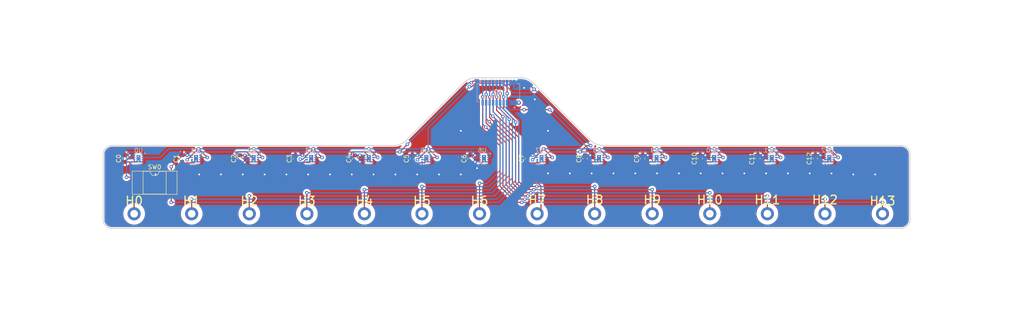
<source format=kicad_pcb>
(kicad_pcb
	(version 20240108)
	(generator "pcbnew")
	(generator_version "8.0")
	(general
		(thickness 2.866)
		(legacy_teardrops no)
	)
	(paper "A4")
	(layers
		(0 "F.Cu" signal)
		(1 "In1.Cu" signal)
		(2 "In2.Cu" signal)
		(31 "B.Cu" signal)
		(32 "B.Adhes" user "B.Adhesive")
		(33 "F.Adhes" user "F.Adhesive")
		(34 "B.Paste" user)
		(35 "F.Paste" user)
		(36 "B.SilkS" user "B.Silkscreen")
		(37 "F.SilkS" user "F.Silkscreen")
		(38 "B.Mask" user)
		(39 "F.Mask" user)
		(40 "Dwgs.User" user "User.Drawings")
		(41 "Cmts.User" user "User.Comments")
		(42 "Eco1.User" user "User.Eco1")
		(43 "Eco2.User" user "User.Eco2")
		(44 "Edge.Cuts" user)
		(45 "Margin" user)
		(46 "B.CrtYd" user "B.Courtyard")
		(47 "F.CrtYd" user "F.Courtyard")
		(48 "B.Fab" user)
		(49 "F.Fab" user)
		(50 "User.1" user)
		(51 "User.2" user)
		(52 "User.3" user)
		(53 "User.4" user)
		(54 "User.5" user)
		(55 "User.6" user)
		(56 "User.7" user)
		(57 "User.8" user)
		(58 "User.9" user)
	)
	(setup
		(stackup
			(layer "F.SilkS"
				(type "Top Silk Screen")
			)
			(layer "F.Paste"
				(type "Top Solder Paste")
			)
			(layer "F.Mask"
				(type "Top Solder Mask")
				(thickness 0.01)
			)
			(layer "F.Cu"
				(type "copper")
				(thickness 0.018)
			)
			(layer "dielectric 1"
				(type "prepreg")
				(thickness 0.188)
				(material "FR4")
				(epsilon_r 4.5)
				(loss_tangent 0.02)
			)
			(layer "In1.Cu"
				(type "copper")
				(thickness 0.035)
			)
			(layer "dielectric 2"
				(type "core")
				(thickness 2.364)
				(material "FR4")
				(epsilon_r 4.5)
				(loss_tangent 0.02)
			)
			(layer "In2.Cu"
				(type "copper")
				(thickness 0.035)
			)
			(layer "dielectric 3"
				(type "prepreg")
				(thickness 0.188)
				(material "FR4")
				(epsilon_r 4.5)
				(loss_tangent 0.02)
			)
			(layer "B.Cu"
				(type "copper")
				(thickness 0.018)
			)
			(layer "B.Mask"
				(type "Bottom Solder Mask")
				(thickness 0.01)
			)
			(layer "B.Paste"
				(type "Bottom Solder Paste")
			)
			(layer "B.SilkS"
				(type "Bottom Silk Screen")
			)
			(copper_finish "None")
			(dielectric_constraints no)
		)
		(pad_to_mask_clearance 0)
		(allow_soldermask_bridges_in_footprints no)
		(pcbplotparams
			(layerselection 0x00010fc_ffffffff)
			(plot_on_all_layers_selection 0x0000000_00000000)
			(disableapertmacros no)
			(usegerberextensions no)
			(usegerberattributes yes)
			(usegerberadvancedattributes yes)
			(creategerberjobfile yes)
			(dashed_line_dash_ratio 12.000000)
			(dashed_line_gap_ratio 3.000000)
			(svgprecision 4)
			(plotframeref no)
			(viasonmask no)
			(mode 1)
			(useauxorigin yes)
			(hpglpennumber 1)
			(hpglpenspeed 20)
			(hpglpendiameter 15.000000)
			(pdf_front_fp_property_popups yes)
			(pdf_back_fp_property_popups yes)
			(dxfpolygonmode yes)
			(dxfimperialunits yes)
			(dxfusepcbnewfont yes)
			(psnegative no)
			(psa4output no)
			(plotreference yes)
			(plotvalue yes)
			(plotfptext yes)
			(plotinvisibletext no)
			(sketchpadsonfab no)
			(subtractmaskfromsilk no)
			(outputformat 1)
			(mirror no)
			(drillshape 0)
			(scaleselection 1)
			(outputdirectory "./gerber")
		)
	)
	(net 0 "")
	(net 1 "GND")
	(net 2 "unconnected-(U3-ALERT-Pad3)")
	(net 3 "/SDA")
	(net 4 "+3V3")
	(net 5 "/SCL")
	(net 6 "unconnected-(U6-ALERT-Pad3)")
	(net 7 "unconnected-(U7-ALERT-Pad3)")
	(net 8 "unconnected-(U1-ALERT-Pad3)")
	(net 9 "unconnected-(U2-ALERT-Pad3)")
	(net 10 "unconnected-(U4-ALERT-Pad3)")
	(net 11 "unconnected-(U5-ALERT-Pad3)")
	(net 12 "unconnected-(U8-ALERT-Pad3)")
	(net 13 "unconnected-(U9-ALERT-Pad3)")
	(net 14 "unconnected-(U10-ALERT-Pad3)")
	(net 15 "unconnected-(U11-ALERT-Pad3)")
	(net 16 "unconnected-(U12-ALERT-Pad3)")
	(net 17 "Net-(J0-Pin_13)")
	(net 18 "Net-(J0-Pin_8)")
	(net 19 "Net-(J0-Pin_17)")
	(net 20 "Net-(J0-Pin_7)")
	(net 21 "Net-(J0-Pin_15)")
	(net 22 "Net-(J0-Pin_20)")
	(net 23 "Net-(J0-Pin_12)")
	(net 24 "Net-(J0-Pin_9)")
	(net 25 "Net-(J0-Pin_11)")
	(net 26 "Net-(J0-Pin_10)")
	(net 27 "Net-(J0-Pin_14)")
	(net 28 "Net-(J0-Pin_16)")
	(net 29 "Net-(J0-Pin_19)")
	(net 30 "Net-(J0-Pin_18)")
	(net 31 "unconnected-(U0-ALERT-Pad3)")
	(net 32 "Net-(H0-Pad1)")
	(net 33 "/SDA_SW")
	(footprint "Capacitor_SMD:C_0603_1608Metric" (layer "F.Cu") (at 76.09 91.36 -90))
	(footprint "Capacitor_SMD:C_0603_1608Metric" (layer "F.Cu") (at 102.06 91.39 -90))
	(footprint "Capacitor_SMD:C_0603_1608Metric" (layer "F.Cu") (at 115.68 91.4 -90))
	(footprint "Capacitor_SMD:C_0603_1608Metric" (layer "F.Cu") (at 89.29 91.36 -90))
	(footprint "Capacitor_SMD:C_0603_1608Metric" (layer "F.Cu") (at 155.29 91.36 -90))
	(footprint "Capacitor_SMD:C_0603_1608Metric" (layer "F.Cu") (at 128.88 91.375 -90))
	(footprint "Capacitor_SMD:C_0603_1608Metric" (layer "F.Cu") (at 194.89 91.36 -90))
	(footprint "Package_DIP:DIP-4_W7.62mm_SMDSocket_SmallPads" (layer "F.Cu") (at 69.79 96.9))
	(footprint "Capacitor_SMD:C_0603_1608Metric" (layer "F.Cu") (at 142.08 91.4 -90))
	(footprint "Capacitor_SMD:C_0603_1608Metric" (layer "F.Cu") (at 208.09 91.36 -90))
	(footprint "Capacitor_SMD:C_0603_1608Metric" (layer "F.Cu") (at 62.89 91.36 -90))
	(footprint "Capacitor_SMD:C_0603_1608Metric" (layer "F.Cu") (at 221.29 91.36 -90))
	(footprint "Capacitor_SMD:C_0603_1608Metric" (layer "F.Cu") (at 181.69 91.36 -90))
	(footprint "Capacitor_SMD:C_0603_1608Metric" (layer "F.Cu") (at 168.49 91.36 -90))
	(footprint "Package_SON:WSON-8-1EP_2x2mm_P0.5mm_EP0.9x1.6mm_ThermalVias" (layer "B.Cu") (at 158.49 91.36 180))
	(footprint "MV_Abnehmerplatine:0921-1-15-20-75-14-11-0" (layer "B.Cu") (at 170.690002 104.015 180))
	(footprint "Package_SON:WSON-8-1EP_2x2mm_P0.5mm_EP0.9x1.6mm_ThermalVias" (layer "B.Cu") (at 105.69 91.36 180))
	(footprint "MV_Abnehmerplatine:0921-1-15-20-75-14-11-0" (layer "B.Cu") (at 117.89 104.015001 180))
	(footprint "MV_Abnehmerplatine:0921-1-15-20-75-14-11-0" (layer "B.Cu") (at 78.29 104.02 180))
	(footprint "Package_SON:WSON-8-1EP_2x2mm_P0.5mm_EP0.9x1.6mm_ThermalVias" (layer "B.Cu") (at 92.49 91.36 180))
	(footprint "Package_SON:WSON-8-1EP_2x2mm_P0.5mm_EP0.9x1.6mm_ThermalVias" (layer "B.Cu") (at 198.09 91.36 180))
	(footprint "MV_Abnehmerplatine:533092070" (layer "B.Cu") (at 148.61 76.27))
	(footprint "Package_SON:WSON-8-1EP_2x2mm_P0.5mm_EP0.9x1.6mm_ThermalVias" (layer "B.Cu") (at 118.89 91.36 180))
	(footprint "MV_Abnehmerplatine:0921-1-15-20-75-14-11-0" (layer "B.Cu") (at 65.09 104.02 180))
	(footprint "Package_SON:WSON-8-1EP_2x2mm_P0.5mm_EP0.9x1.6mm_ThermalVias" (layer "B.Cu") (at 145.29 91.36 180))
	(footprint "MV_Abnehmerplatine:0921-1-15-20-75-14-11-0" (layer "B.Cu") (at 197.090002 104.015 180))
	(footprint "MV_Abnehmerplatine:0921-1-15-20-75-14-11-0" (layer "B.Cu") (at 104.7 104.015 180))
	(footprint "Package_SON:WSON-8-1EP_2x2mm_P0.5mm_EP0.9x1.6mm_ThermalVias" (layer "B.Cu") (at 79.29 91.36 180))
	(footprint "MV_Abnehmerplatine:0921-1-15-20-75-14-11-0" (layer "B.Cu") (at 210.29 104.015 180))
	(footprint "Package_SON:WSON-8-1EP_2x2mm_P0.5mm_EP0.9x1.6mm_ThermalVias" (layer "B.Cu") (at 224.49 91.36 180))
	(footprint "Package_SON:WSON-8-1EP_2x2mm_P0.5mm_EP0.9x1.6mm_ThermalVias" (layer "B.Cu") (at 171.69 91.36 180))
	(footprint "MV_Abnehmerplatine:0921-1-15-20-75-14-11-0" (layer "B.Cu") (at 183.890002 104.015 180))
	(footprint "MV_Abnehmerplatine:0921-1-15-20-75-14-11-0" (layer "B.Cu") (at 91.500002 104.02 180))
	(footprint "MV_Abnehmerplatine:0921-1-15-20-75-14-11-0" (layer "B.Cu") (at 236.690002 104.015 180))
	(footprint "Package_SON:WSON-8-1EP_2x2mm_P0.5mm_EP0.9x1.6mm_ThermalVias" (layer "B.Cu") (at 132.09 91.36 180))
	(footprint "Package_SON:WSON-8-1EP_2x2mm_P0.5mm_EP0.9x1.6mm_ThermalVias" (layer "B.Cu") (at 211.29 91.36 180))
	(footprint "Package_SON:WSON-8-1EP_2x2mm_P0.5mm_EP0.9x1.6mm_ThermalVias" (layer "B.Cu") (at 184.89 91.36 180))
	(footprint "MV_Abnehmerplatine:0921-1-15-20-75-14-11-0" (layer "B.Cu") (at 223.49 104.015 180))
	(footprint "Package_SON:WSON-8-1EP_2x2mm_P0.5mm_EP0.9x1.6mm_ThermalVias" (layer "B.Cu") (at 66.09 91.36 180))
	(footprint "MV_Abnehmerplatine:0921-1-15-20-75-14-11-0"
		(layer "B.Cu")
		(uuid "f66b22c3-cad0-4ec8-ba68-e7534bbf3387")
		(at 157.490002 104.015 180)
		(descr "0921 Through Hole Mount Spring-Loaded Pin")
		(tags "Spring-Loaded Pin, Pogo Pin")
		(property "Reference" "H7"
			(at 0.000002 3.185 0)
			(unlocked yes)
			(layer "F.SilkS")
			(uuid "ab625e4b-82ba-4830-9038-bea232d64af5")
			(effects
				(font
					(size 2 2)
					(thickness 0.3)
				)
			)
		)
		(property "Value" "0921-X-15-20-77-14-11-0"
			(at 0 -1 0)
			(unlocked yes)
			(layer "B.Fab")
			(uuid "9ad89e9f-0884-4d47-96ea-09204ee4ec25")
			(effects
				(font
					(size 1 1)
					(thickness 0.15)
				)
				(justify mirror)
			)
		)
		(property "Footprint" "MV_Abnehmerplatine:0921-1-15-20-75-14-11-0"
			(at 0 0 0)
			(unlocked yes)
			(layer "B.Fab")
			(hide yes)
			(uuid "a8bbb48d-d8f5-4ded-9df3-6daedb79403c")
			(effects
				(font
					(size 1 1)
					(th
... [833497 chars truncated]
</source>
